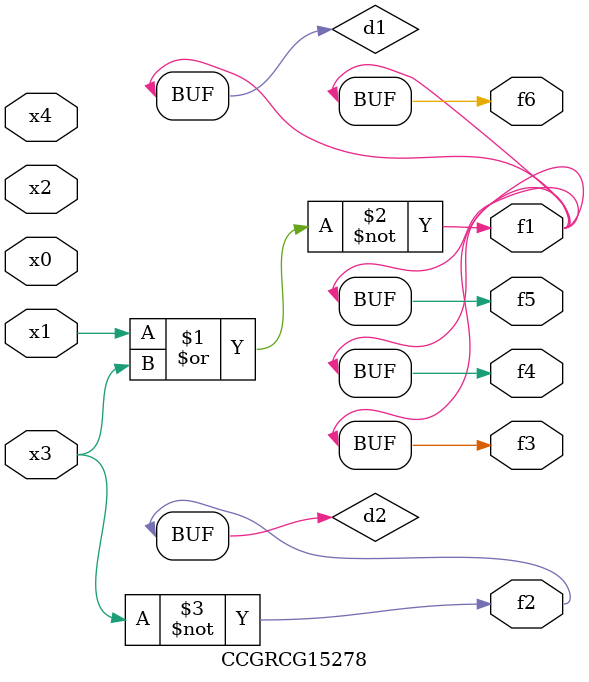
<source format=v>
module CCGRCG15278(
	input x0, x1, x2, x3, x4,
	output f1, f2, f3, f4, f5, f6
);

	wire d1, d2;

	nor (d1, x1, x3);
	not (d2, x3);
	assign f1 = d1;
	assign f2 = d2;
	assign f3 = d1;
	assign f4 = d1;
	assign f5 = d1;
	assign f6 = d1;
endmodule

</source>
